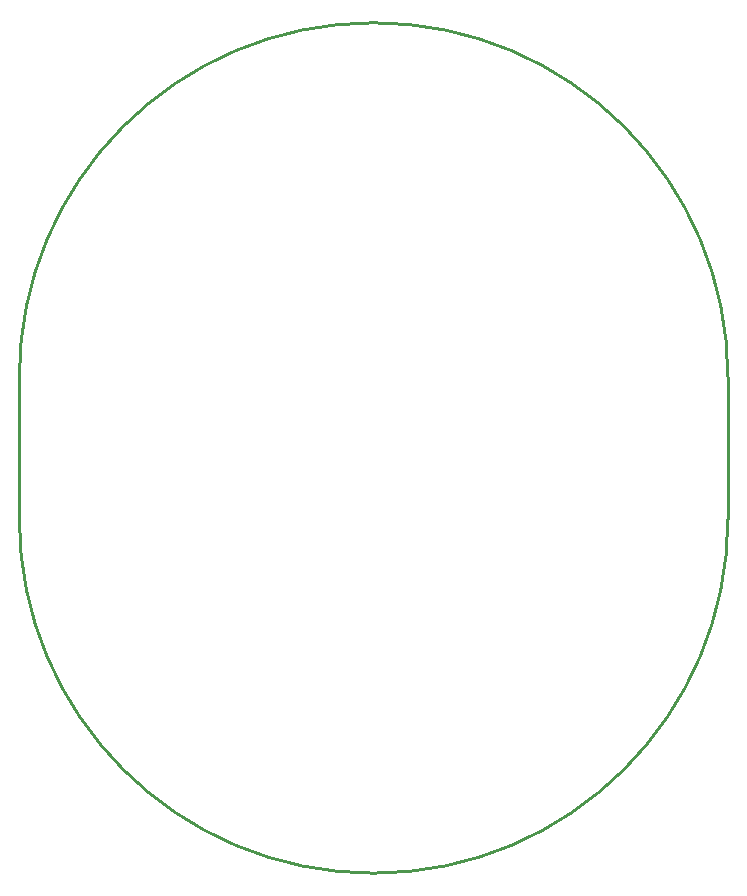
<source format=gbr>
G04 #@! TF.GenerationSoftware,KiCad,Pcbnew,7.0.9*
G04 #@! TF.CreationDate,2024-04-16T12:52:01+01:00*
G04 #@! TF.ProjectId,headphone-pcb,68656164-7068-46f6-9e65-2d7063622e6b,rev?*
G04 #@! TF.SameCoordinates,PX5f5e100PY5f5e100*
G04 #@! TF.FileFunction,Profile,NP*
%FSLAX46Y46*%
G04 Gerber Fmt 4.6, Leading zero omitted, Abs format (unit mm)*
G04 Created by KiCad (PCBNEW 7.0.9) date 2024-04-16 12:52:01*
%MOMM*%
%LPD*%
G01*
G04 APERTURE LIST*
G04 #@! TA.AperFunction,Profile*
%ADD10C,0.250000*%
G04 #@! TD*
G04 APERTURE END LIST*
D10*
X-30686000Y0D02*
X-30686000Y-12000000D01*
X-686000Y-42000000D02*
G75*
G03*
X29314000Y-12000000I0J30000000D01*
G01*
X-686000Y30000000D02*
G75*
G03*
X-30686000Y0I0J-30000000D01*
G01*
X29314000Y-12000000D02*
X29314000Y0D01*
X-30686000Y-12000000D02*
G75*
G03*
X-686000Y-42000000I30000000J0D01*
G01*
X29314000Y0D02*
G75*
G03*
X-686000Y30000000I-30000000J0D01*
G01*
M02*

</source>
